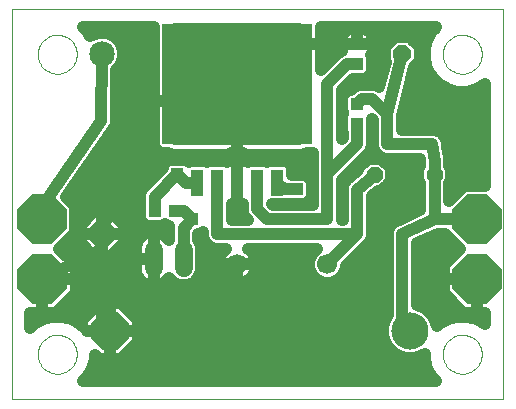
<source format=gtl>
G75*
G70*
%OFA0B0*%
%FSLAX24Y24*%
%IPPOS*%
%LPD*%
%AMOC8*
5,1,8,0,0,1.08239X$1,22.5*
%
%ADD10C,0.0000*%
%ADD11R,0.5000X0.4000*%
%ADD12R,0.4252X0.4098*%
%ADD13R,0.0420X0.0850*%
%ADD14R,0.0433X0.0394*%
%ADD15C,0.0669*%
%ADD16C,0.0850*%
%ADD17OC8,0.0850*%
%ADD18OC8,0.0520*%
%ADD19C,0.1240*%
%ADD20OC8,0.1240*%
%ADD21C,0.0600*%
%ADD22R,0.0394X0.0433*%
%ADD23OC8,0.1640*%
%ADD24OC8,0.0600*%
%ADD25C,0.0400*%
%ADD26R,0.0396X0.0396*%
D10*
X000302Y000675D02*
X000302Y013671D01*
X016672Y013671D01*
X016672Y000675D01*
X000302Y000675D01*
X001152Y002175D02*
X001154Y002225D01*
X001160Y002275D01*
X001170Y002325D01*
X001183Y002373D01*
X001200Y002421D01*
X001221Y002467D01*
X001245Y002511D01*
X001273Y002553D01*
X001304Y002593D01*
X001338Y002630D01*
X001375Y002665D01*
X001414Y002696D01*
X001455Y002725D01*
X001499Y002750D01*
X001545Y002772D01*
X001592Y002790D01*
X001640Y002804D01*
X001689Y002815D01*
X001739Y002822D01*
X001789Y002825D01*
X001840Y002824D01*
X001890Y002819D01*
X001940Y002810D01*
X001988Y002798D01*
X002036Y002781D01*
X002082Y002761D01*
X002127Y002738D01*
X002170Y002711D01*
X002210Y002681D01*
X002248Y002648D01*
X002283Y002612D01*
X002316Y002573D01*
X002345Y002532D01*
X002371Y002489D01*
X002394Y002444D01*
X002413Y002397D01*
X002428Y002349D01*
X002440Y002300D01*
X002448Y002250D01*
X002452Y002200D01*
X002452Y002150D01*
X002448Y002100D01*
X002440Y002050D01*
X002428Y002001D01*
X002413Y001953D01*
X002394Y001906D01*
X002371Y001861D01*
X002345Y001818D01*
X002316Y001777D01*
X002283Y001738D01*
X002248Y001702D01*
X002210Y001669D01*
X002170Y001639D01*
X002127Y001612D01*
X002082Y001589D01*
X002036Y001569D01*
X001988Y001552D01*
X001940Y001540D01*
X001890Y001531D01*
X001840Y001526D01*
X001789Y001525D01*
X001739Y001528D01*
X001689Y001535D01*
X001640Y001546D01*
X001592Y001560D01*
X001545Y001578D01*
X001499Y001600D01*
X001455Y001625D01*
X001414Y001654D01*
X001375Y001685D01*
X001338Y001720D01*
X001304Y001757D01*
X001273Y001797D01*
X001245Y001839D01*
X001221Y001883D01*
X001200Y001929D01*
X001183Y001977D01*
X001170Y002025D01*
X001160Y002075D01*
X001154Y002125D01*
X001152Y002175D01*
X001152Y012175D02*
X001154Y012225D01*
X001160Y012275D01*
X001170Y012325D01*
X001183Y012373D01*
X001200Y012421D01*
X001221Y012467D01*
X001245Y012511D01*
X001273Y012553D01*
X001304Y012593D01*
X001338Y012630D01*
X001375Y012665D01*
X001414Y012696D01*
X001455Y012725D01*
X001499Y012750D01*
X001545Y012772D01*
X001592Y012790D01*
X001640Y012804D01*
X001689Y012815D01*
X001739Y012822D01*
X001789Y012825D01*
X001840Y012824D01*
X001890Y012819D01*
X001940Y012810D01*
X001988Y012798D01*
X002036Y012781D01*
X002082Y012761D01*
X002127Y012738D01*
X002170Y012711D01*
X002210Y012681D01*
X002248Y012648D01*
X002283Y012612D01*
X002316Y012573D01*
X002345Y012532D01*
X002371Y012489D01*
X002394Y012444D01*
X002413Y012397D01*
X002428Y012349D01*
X002440Y012300D01*
X002448Y012250D01*
X002452Y012200D01*
X002452Y012150D01*
X002448Y012100D01*
X002440Y012050D01*
X002428Y012001D01*
X002413Y011953D01*
X002394Y011906D01*
X002371Y011861D01*
X002345Y011818D01*
X002316Y011777D01*
X002283Y011738D01*
X002248Y011702D01*
X002210Y011669D01*
X002170Y011639D01*
X002127Y011612D01*
X002082Y011589D01*
X002036Y011569D01*
X001988Y011552D01*
X001940Y011540D01*
X001890Y011531D01*
X001840Y011526D01*
X001789Y011525D01*
X001739Y011528D01*
X001689Y011535D01*
X001640Y011546D01*
X001592Y011560D01*
X001545Y011578D01*
X001499Y011600D01*
X001455Y011625D01*
X001414Y011654D01*
X001375Y011685D01*
X001338Y011720D01*
X001304Y011757D01*
X001273Y011797D01*
X001245Y011839D01*
X001221Y011883D01*
X001200Y011929D01*
X001183Y011977D01*
X001170Y012025D01*
X001160Y012075D01*
X001154Y012125D01*
X001152Y012175D01*
X014652Y012175D02*
X014654Y012225D01*
X014660Y012275D01*
X014670Y012325D01*
X014683Y012373D01*
X014700Y012421D01*
X014721Y012467D01*
X014745Y012511D01*
X014773Y012553D01*
X014804Y012593D01*
X014838Y012630D01*
X014875Y012665D01*
X014914Y012696D01*
X014955Y012725D01*
X014999Y012750D01*
X015045Y012772D01*
X015092Y012790D01*
X015140Y012804D01*
X015189Y012815D01*
X015239Y012822D01*
X015289Y012825D01*
X015340Y012824D01*
X015390Y012819D01*
X015440Y012810D01*
X015488Y012798D01*
X015536Y012781D01*
X015582Y012761D01*
X015627Y012738D01*
X015670Y012711D01*
X015710Y012681D01*
X015748Y012648D01*
X015783Y012612D01*
X015816Y012573D01*
X015845Y012532D01*
X015871Y012489D01*
X015894Y012444D01*
X015913Y012397D01*
X015928Y012349D01*
X015940Y012300D01*
X015948Y012250D01*
X015952Y012200D01*
X015952Y012150D01*
X015948Y012100D01*
X015940Y012050D01*
X015928Y012001D01*
X015913Y011953D01*
X015894Y011906D01*
X015871Y011861D01*
X015845Y011818D01*
X015816Y011777D01*
X015783Y011738D01*
X015748Y011702D01*
X015710Y011669D01*
X015670Y011639D01*
X015627Y011612D01*
X015582Y011589D01*
X015536Y011569D01*
X015488Y011552D01*
X015440Y011540D01*
X015390Y011531D01*
X015340Y011526D01*
X015289Y011525D01*
X015239Y011528D01*
X015189Y011535D01*
X015140Y011546D01*
X015092Y011560D01*
X015045Y011578D01*
X014999Y011600D01*
X014955Y011625D01*
X014914Y011654D01*
X014875Y011685D01*
X014838Y011720D01*
X014804Y011757D01*
X014773Y011797D01*
X014745Y011839D01*
X014721Y011883D01*
X014700Y011929D01*
X014683Y011977D01*
X014670Y012025D01*
X014660Y012075D01*
X014654Y012125D01*
X014652Y012175D01*
X014652Y002175D02*
X014654Y002225D01*
X014660Y002275D01*
X014670Y002325D01*
X014683Y002373D01*
X014700Y002421D01*
X014721Y002467D01*
X014745Y002511D01*
X014773Y002553D01*
X014804Y002593D01*
X014838Y002630D01*
X014875Y002665D01*
X014914Y002696D01*
X014955Y002725D01*
X014999Y002750D01*
X015045Y002772D01*
X015092Y002790D01*
X015140Y002804D01*
X015189Y002815D01*
X015239Y002822D01*
X015289Y002825D01*
X015340Y002824D01*
X015390Y002819D01*
X015440Y002810D01*
X015488Y002798D01*
X015536Y002781D01*
X015582Y002761D01*
X015627Y002738D01*
X015670Y002711D01*
X015710Y002681D01*
X015748Y002648D01*
X015783Y002612D01*
X015816Y002573D01*
X015845Y002532D01*
X015871Y002489D01*
X015894Y002444D01*
X015913Y002397D01*
X015928Y002349D01*
X015940Y002300D01*
X015948Y002250D01*
X015952Y002200D01*
X015952Y002150D01*
X015948Y002100D01*
X015940Y002050D01*
X015928Y002001D01*
X015913Y001953D01*
X015894Y001906D01*
X015871Y001861D01*
X015845Y001818D01*
X015816Y001777D01*
X015783Y001738D01*
X015748Y001702D01*
X015710Y001669D01*
X015670Y001639D01*
X015627Y001612D01*
X015582Y001589D01*
X015536Y001569D01*
X015488Y001552D01*
X015440Y001540D01*
X015390Y001531D01*
X015340Y001526D01*
X015289Y001525D01*
X015239Y001528D01*
X015189Y001535D01*
X015140Y001546D01*
X015092Y001560D01*
X015045Y001578D01*
X014999Y001600D01*
X014955Y001625D01*
X014914Y001654D01*
X014875Y001685D01*
X014838Y001720D01*
X014804Y001757D01*
X014773Y001797D01*
X014745Y001839D01*
X014721Y001883D01*
X014700Y001929D01*
X014683Y001977D01*
X014670Y002025D01*
X014660Y002075D01*
X014654Y002125D01*
X014652Y002175D01*
D11*
X007802Y011175D03*
D12*
X007802Y011175D03*
D13*
X007802Y007895D03*
X007132Y007895D03*
X006462Y007895D03*
X008472Y007895D03*
X009142Y007895D03*
D14*
X011802Y009841D03*
X011802Y010510D03*
X011802Y011841D03*
X011802Y012510D03*
D15*
X010802Y005175D03*
X007802Y005175D03*
D16*
X003302Y012175D03*
D17*
X003302Y006175D03*
D18*
X012377Y008156D03*
X014377Y008156D03*
D19*
X013559Y002951D03*
D20*
X003559Y002951D03*
D21*
X005015Y005056D02*
X005015Y005656D01*
X006015Y005656D02*
X006015Y005056D01*
D22*
X005712Y006963D03*
X005043Y006963D03*
D23*
X001302Y006675D03*
X001302Y004675D03*
X015802Y004675D03*
X015802Y006675D03*
D24*
X013302Y012175D03*
D25*
X012802Y010175D01*
X012802Y009175D01*
X014302Y009175D01*
X014377Y008600D01*
X014377Y008156D01*
X014377Y006675D01*
X015802Y006675D01*
X015022Y007451D02*
X014857Y007451D01*
X014857Y007286D02*
X014857Y007872D01*
X014917Y007932D01*
X014917Y008379D01*
X014857Y008439D01*
X014857Y008537D01*
X014865Y008568D01*
X014857Y008632D01*
X014857Y008696D01*
X014845Y008725D01*
X014782Y009206D01*
X014782Y009271D01*
X014770Y009300D01*
X014766Y009332D01*
X014734Y009388D01*
X014709Y009447D01*
X014687Y009470D01*
X014671Y009497D01*
X014620Y009537D01*
X014574Y009582D01*
X014545Y009594D01*
X014519Y009614D01*
X014457Y009631D01*
X014398Y009655D01*
X014366Y009655D01*
X014335Y009664D01*
X014271Y009655D01*
X013282Y009655D01*
X013282Y010116D01*
X013689Y011741D01*
X013882Y011935D01*
X013882Y012415D01*
X013543Y012755D01*
X013062Y012755D01*
X012722Y012415D01*
X012722Y011935D01*
X012743Y011915D01*
X012538Y011097D01*
X012398Y011155D01*
X012063Y011155D01*
X011872Y011155D01*
X011696Y011082D01*
X011600Y010987D01*
X011530Y010987D01*
X011427Y010944D01*
X011348Y010865D01*
X011306Y010762D01*
X011306Y010257D01*
X011340Y010175D01*
X011306Y010093D01*
X011306Y009588D01*
X011322Y009548D01*
X011322Y009374D01*
X011282Y009334D01*
X011282Y010976D01*
X011667Y011361D01*
X011898Y011361D01*
X011905Y011364D01*
X012075Y011364D01*
X012177Y011406D01*
X012256Y011485D01*
X012299Y011588D01*
X012299Y012093D01*
X012274Y012154D01*
X012285Y012171D01*
X012307Y012226D01*
X012319Y012284D01*
X012319Y012510D01*
X012319Y012736D01*
X012307Y012794D01*
X012285Y012849D01*
X012252Y012898D01*
X012210Y012940D01*
X012161Y012973D01*
X012106Y012995D01*
X012048Y013007D01*
X011803Y013007D01*
X011803Y012510D01*
X012319Y012510D01*
X011803Y012510D01*
X011803Y012510D01*
X011802Y012510D01*
X011802Y012510D01*
X011286Y012510D01*
X011286Y012736D01*
X011297Y012794D01*
X011320Y012849D01*
X011353Y012898D01*
X011395Y012940D01*
X011444Y012973D01*
X011498Y012995D01*
X011556Y013007D01*
X011802Y013007D01*
X011802Y012510D01*
X011286Y012510D01*
X011286Y012285D01*
X011196Y012248D01*
X010582Y011634D01*
X010582Y013071D01*
X014431Y013071D01*
X014302Y012943D01*
X014138Y012658D01*
X014052Y012340D01*
X014052Y012011D01*
X014138Y011693D01*
X014302Y011408D01*
X014535Y011175D01*
X014820Y011010D01*
X015138Y010925D01*
X015467Y010925D01*
X015785Y011010D01*
X016070Y011175D01*
X016072Y011178D01*
X016072Y007775D01*
X015347Y007775D01*
X014857Y007286D01*
X014857Y007849D02*
X016072Y007849D01*
X016072Y008248D02*
X014917Y008248D01*
X014857Y008646D02*
X016072Y008646D01*
X016072Y009045D02*
X014803Y009045D01*
X014711Y009443D02*
X016072Y009443D01*
X016072Y009842D02*
X013282Y009842D01*
X013313Y010240D02*
X016072Y010240D01*
X016072Y010639D02*
X013413Y010639D01*
X013513Y011037D02*
X014773Y011037D01*
X014286Y011436D02*
X013612Y011436D01*
X013782Y011834D02*
X014100Y011834D01*
X014052Y012233D02*
X013882Y012233D01*
X013666Y012632D02*
X014131Y012632D01*
X014389Y013030D02*
X010582Y013030D01*
X010582Y012632D02*
X011286Y012632D01*
X011181Y012233D02*
X010582Y012233D01*
X010582Y011834D02*
X010783Y011834D01*
X010802Y011175D02*
X011468Y011841D01*
X011802Y011841D01*
X012299Y011834D02*
X012722Y011834D01*
X012722Y012233D02*
X012309Y012233D01*
X012319Y012632D02*
X012938Y012632D01*
X011803Y012632D02*
X011802Y012632D01*
X011802Y012510D02*
X009137Y012510D01*
X007802Y011175D01*
X007802Y010675D01*
X004602Y010575D01*
X003302Y006175D01*
X002577Y006175D01*
X002577Y005875D01*
X003002Y005450D01*
X003302Y005450D01*
X003302Y006175D01*
X003302Y006175D01*
X003303Y006175D01*
X003303Y006175D01*
X004027Y006175D01*
X004027Y005875D01*
X003603Y005450D01*
X003303Y005450D01*
X003303Y006175D01*
X004027Y006175D01*
X004027Y006476D01*
X003603Y006900D01*
X003303Y006900D01*
X003303Y006176D01*
X003302Y006176D01*
X003302Y006900D01*
X003002Y006900D01*
X002577Y006476D01*
X002577Y006175D01*
X003302Y006175D01*
X003302Y005675D01*
X001302Y004675D01*
X001303Y004675D01*
X001303Y004675D01*
X002422Y004675D01*
X002422Y004211D01*
X001766Y003555D01*
X001303Y003555D01*
X001303Y004675D01*
X002422Y004675D01*
X002422Y005139D01*
X001872Y005689D01*
X002402Y006220D01*
X002402Y007131D01*
X002105Y007429D01*
X003639Y009632D01*
X003674Y009667D01*
X003693Y009710D01*
X003720Y009748D01*
X003730Y009797D01*
X003750Y009842D01*
X003750Y009889D01*
X003761Y009935D01*
X003752Y009984D01*
X003775Y011651D01*
X003900Y011776D01*
X004007Y012035D01*
X004007Y012316D01*
X003900Y012575D01*
X003702Y012773D01*
X003443Y012880D01*
X003162Y012880D01*
X002903Y012773D01*
X002901Y012771D01*
X002803Y012943D01*
X002674Y013071D01*
X005022Y013071D01*
X005022Y009120D01*
X005065Y009017D01*
X005144Y008938D01*
X005247Y008895D01*
X005483Y008895D01*
X005485Y008893D01*
X005534Y008860D01*
X005589Y008838D01*
X005647Y008826D01*
X007602Y008826D01*
X007602Y008895D01*
X008002Y008895D01*
X008002Y008826D01*
X009958Y008826D01*
X010016Y008838D01*
X010070Y008860D01*
X010120Y008893D01*
X010122Y008895D01*
X010322Y008895D01*
X010322Y008271D01*
X010322Y008080D01*
X010322Y007155D01*
X009001Y007155D01*
X008966Y007190D01*
X009408Y007190D01*
X009420Y007195D01*
X009458Y007195D01*
X009898Y007195D01*
X009902Y007197D01*
X010056Y007197D01*
X010159Y007240D01*
X010238Y007319D01*
X010280Y007421D01*
X010280Y007575D01*
X010282Y007580D01*
X010282Y007771D01*
X010280Y007775D01*
X010280Y007929D01*
X010238Y008032D01*
X010159Y008111D01*
X010056Y008153D01*
X009902Y008153D01*
X009898Y008155D01*
X009632Y008155D01*
X009632Y008376D01*
X009590Y008479D01*
X009511Y008558D01*
X009408Y008600D01*
X008877Y008600D01*
X008807Y008571D01*
X008738Y008600D01*
X008207Y008600D01*
X008161Y008581D01*
X008154Y008586D01*
X008100Y008609D01*
X008042Y008620D01*
X007803Y008620D01*
X007803Y007896D01*
X007802Y007896D01*
X007802Y008620D01*
X007563Y008620D01*
X007505Y008609D01*
X007450Y008586D01*
X007443Y008581D01*
X007398Y008600D01*
X006867Y008600D01*
X006797Y008571D01*
X006728Y008600D01*
X006197Y008600D01*
X006177Y008592D01*
X006159Y008611D01*
X006056Y008653D01*
X005902Y008653D01*
X005898Y008655D01*
X005707Y008655D01*
X005702Y008653D01*
X005549Y008653D01*
X005446Y008611D01*
X005367Y008532D01*
X005324Y008429D01*
X005324Y008376D01*
X004636Y007687D01*
X004563Y007511D01*
X004563Y007320D01*
X004563Y006867D01*
X004566Y006860D01*
X004566Y006690D01*
X004608Y006588D01*
X004687Y006509D01*
X004790Y006466D01*
X005295Y006466D01*
X005377Y006500D01*
X005459Y006466D01*
X005535Y006466D01*
X005535Y006292D01*
X005535Y005997D01*
X005523Y005985D01*
X005521Y005980D01*
X005473Y006047D01*
X005406Y006114D01*
X005329Y006170D01*
X005245Y006212D01*
X005155Y006242D01*
X005062Y006256D01*
X005015Y006256D01*
X005015Y005357D01*
X005015Y005357D01*
X005015Y006256D01*
X004968Y006256D01*
X004874Y006242D01*
X004785Y006212D01*
X004700Y006170D01*
X004624Y006114D01*
X004557Y006047D01*
X004502Y005971D01*
X004459Y005887D01*
X004430Y005797D01*
X004415Y005704D01*
X004415Y005357D01*
X005015Y005357D01*
X005015Y005356D01*
X005015Y004456D01*
X005062Y004456D01*
X005155Y004471D01*
X005245Y004500D01*
X005329Y004543D01*
X005406Y004599D01*
X005473Y004665D01*
X005521Y004733D01*
X005523Y004728D01*
X005686Y004565D01*
X005900Y004476D01*
X006130Y004476D01*
X006343Y004565D01*
X006507Y004728D01*
X006595Y004941D01*
X006595Y005772D01*
X006507Y005985D01*
X006495Y005997D01*
X006495Y006189D01*
X006503Y006197D01*
X006556Y006197D01*
X006652Y006237D01*
X006652Y006080D01*
X006725Y005903D01*
X006860Y005768D01*
X007037Y005695D01*
X007228Y005695D01*
X007438Y005695D01*
X007389Y005659D01*
X007318Y005589D01*
X007260Y005508D01*
X007214Y005419D01*
X007183Y005324D01*
X007168Y005225D01*
X007168Y005175D01*
X007168Y005125D01*
X007183Y005027D01*
X007214Y004932D01*
X007260Y004843D01*
X007318Y004762D01*
X007389Y004691D01*
X007470Y004632D01*
X007559Y004587D01*
X007654Y004556D01*
X007752Y004541D01*
X007802Y004541D01*
X007802Y005175D01*
X007168Y005175D01*
X007802Y005175D01*
X007802Y005175D01*
X007803Y005175D01*
X007803Y005175D01*
X008437Y005175D01*
X008437Y005125D01*
X008421Y005027D01*
X008390Y004932D01*
X008345Y004843D01*
X008286Y004762D01*
X008216Y004691D01*
X008135Y004632D01*
X008046Y004587D01*
X007951Y004556D01*
X007852Y004541D01*
X007803Y004541D01*
X007803Y005175D01*
X008437Y005175D01*
X008437Y005225D01*
X008421Y005324D01*
X008390Y005419D01*
X008345Y005508D01*
X008286Y005589D01*
X008216Y005659D01*
X008166Y005695D01*
X010453Y005695D01*
X010281Y005523D01*
X010188Y005298D01*
X010188Y005053D01*
X010281Y004827D01*
X010454Y004654D01*
X010680Y004561D01*
X010925Y004561D01*
X011151Y004654D01*
X011323Y004827D01*
X011417Y005053D01*
X011417Y005111D01*
X012209Y005903D01*
X012282Y006080D01*
X012282Y006271D01*
X012282Y007437D01*
X012488Y007616D01*
X012601Y007616D01*
X012917Y007932D01*
X012917Y008379D01*
X012601Y008696D01*
X012154Y008696D01*
X011837Y008379D01*
X011837Y008322D01*
X011546Y008069D01*
X011530Y008062D01*
X011475Y008007D01*
X011415Y007955D01*
X011408Y007940D01*
X011395Y007927D01*
X011365Y007855D01*
X011330Y007784D01*
X011329Y007767D01*
X011322Y007751D01*
X011322Y007672D01*
X011317Y007594D01*
X011322Y007577D01*
X011322Y006655D01*
X011282Y006655D01*
X011282Y007976D01*
X012209Y008903D01*
X012282Y009080D01*
X012282Y009271D01*
X012282Y009548D01*
X012299Y009588D01*
X012299Y010000D01*
X012322Y009976D01*
X012322Y009080D01*
X012395Y008903D01*
X012530Y008768D01*
X012707Y008695D01*
X012898Y008695D01*
X013881Y008695D01*
X013897Y008569D01*
X013897Y008439D01*
X013837Y008379D01*
X013837Y007932D01*
X013897Y007872D01*
X013897Y006981D01*
X013109Y006615D01*
X013030Y006582D01*
X013023Y006575D01*
X013013Y006570D01*
X012956Y006507D01*
X012895Y006447D01*
X012891Y006437D01*
X012884Y006430D01*
X012855Y006349D01*
X012822Y006271D01*
X012822Y006260D01*
X012819Y006250D01*
X012822Y006165D01*
X012822Y003487D01*
X012796Y003461D01*
X012659Y003130D01*
X012659Y002772D01*
X012796Y002441D01*
X013049Y002188D01*
X013380Y002051D01*
X013738Y002051D01*
X014052Y002181D01*
X014052Y002011D01*
X014138Y001693D01*
X014302Y001408D01*
X014435Y001275D01*
X002670Y001275D01*
X002803Y001408D01*
X002967Y001693D01*
X003052Y002011D01*
X003052Y002157D01*
X003178Y002031D01*
X003559Y002031D01*
X003940Y002031D01*
X004479Y002570D01*
X004479Y002951D01*
X004479Y003332D01*
X003940Y003871D01*
X003559Y003871D01*
X003178Y003871D01*
X002639Y003332D01*
X002639Y003106D01*
X002570Y003176D01*
X002285Y003340D01*
X001967Y003425D01*
X001638Y003425D01*
X001320Y003340D01*
X001035Y003176D01*
X000902Y003043D01*
X000902Y003555D01*
X001302Y003555D01*
X001302Y004675D01*
X001302Y004661D02*
X001303Y004661D01*
X001302Y004262D02*
X001303Y004262D01*
X001302Y003864D02*
X001303Y003864D01*
X000902Y003465D02*
X002772Y003465D01*
X002794Y002951D02*
X003559Y002951D01*
X003302Y002951D01*
X003302Y005175D01*
X003483Y005356D01*
X005015Y005356D01*
X005015Y005356D01*
X005015Y004456D01*
X004968Y004456D01*
X004874Y004471D01*
X004785Y004500D01*
X004700Y004543D01*
X004624Y004599D01*
X004557Y004665D01*
X004502Y004742D01*
X004459Y004826D01*
X004430Y004916D01*
X004415Y005009D01*
X004415Y005356D01*
X005015Y005356D01*
X005015Y004463D01*
X005302Y004175D01*
X008202Y004225D01*
X012152Y004225D01*
X012822Y004262D02*
X002422Y004262D01*
X002422Y004661D02*
X004562Y004661D01*
X004415Y005059D02*
X002422Y005059D01*
X002104Y005458D02*
X002995Y005458D01*
X003302Y005458D02*
X003303Y005458D01*
X003302Y005675D02*
X003302Y005175D01*
X003610Y005458D02*
X004415Y005458D01*
X004449Y005856D02*
X004009Y005856D01*
X004027Y006255D02*
X004959Y006255D01*
X005015Y006255D02*
X005015Y006255D01*
X005071Y006255D02*
X005535Y006255D01*
X006015Y006388D02*
X006302Y006675D01*
X006015Y006963D01*
X005712Y006963D01*
X006015Y006388D02*
X006015Y005356D01*
X006595Y005458D02*
X007234Y005458D01*
X007178Y005059D02*
X006595Y005059D01*
X006439Y004661D02*
X007431Y004661D01*
X007802Y004661D02*
X007803Y004661D01*
X008174Y004661D02*
X010448Y004661D01*
X010188Y005059D02*
X008426Y005059D01*
X008371Y005458D02*
X010254Y005458D01*
X010802Y005175D02*
X011802Y006175D01*
X007132Y006175D01*
X007132Y007895D01*
X006462Y007895D02*
X006082Y007895D01*
X005802Y008175D01*
X005043Y007415D01*
X005043Y006963D01*
X004563Y007052D02*
X002402Y007052D01*
X002402Y006653D02*
X002755Y006653D01*
X002577Y006255D02*
X002402Y006255D01*
X002596Y005856D02*
X002039Y005856D01*
X001302Y006675D02*
X001121Y006856D01*
X003271Y009944D01*
X003302Y012175D01*
X003843Y012632D02*
X005022Y012632D01*
X005022Y013030D02*
X002715Y013030D01*
X004007Y012233D02*
X005022Y012233D01*
X005022Y011834D02*
X003924Y011834D01*
X003772Y011436D02*
X005022Y011436D01*
X005022Y011037D02*
X003766Y011037D01*
X003761Y010639D02*
X005022Y010639D01*
X005022Y010240D02*
X003755Y010240D01*
X003750Y009842D02*
X005022Y009842D01*
X005022Y009443D02*
X003507Y009443D01*
X003230Y009045D02*
X005053Y009045D01*
X005531Y008646D02*
X002952Y008646D01*
X002675Y008248D02*
X005196Y008248D01*
X004797Y007849D02*
X002397Y007849D01*
X002120Y007451D02*
X004563Y007451D01*
X004581Y006653D02*
X003849Y006653D01*
X003303Y006653D02*
X003302Y006653D01*
X003302Y006255D02*
X003303Y006255D01*
X003302Y005856D02*
X003303Y005856D01*
X005015Y005856D02*
X005015Y005856D01*
X005015Y005458D02*
X005015Y005458D01*
X005015Y005059D02*
X005015Y005059D01*
X005015Y004661D02*
X005015Y004661D01*
X005468Y004661D02*
X005590Y004661D01*
X006802Y004175D02*
X007802Y005175D01*
X007802Y005059D02*
X007803Y005059D01*
X006772Y005856D02*
X006560Y005856D01*
X007612Y006655D02*
X007612Y007170D01*
X007802Y007170D01*
X007802Y007895D01*
X007803Y007895D01*
X007803Y007170D01*
X007992Y007170D01*
X007992Y007101D01*
X007992Y006910D01*
X008065Y006733D01*
X008144Y006655D01*
X007612Y006655D01*
X007612Y007052D02*
X007992Y007052D01*
X007802Y007451D02*
X007803Y007451D01*
X007802Y007849D02*
X007803Y007849D01*
X007802Y007895D02*
X007802Y011175D01*
X010802Y011175D02*
X010802Y008175D01*
X011802Y009175D01*
X011802Y009841D01*
X011306Y009842D02*
X011282Y009842D01*
X011282Y010240D02*
X011313Y010240D01*
X011802Y010510D02*
X011968Y010675D01*
X012302Y010675D01*
X012802Y010175D01*
X012322Y009842D02*
X012299Y009842D01*
X012282Y009443D02*
X012322Y009443D01*
X012337Y009045D02*
X012268Y009045D01*
X012104Y008646D02*
X011952Y008646D01*
X011752Y008248D02*
X011554Y008248D01*
X011363Y007849D02*
X011282Y007849D01*
X010802Y008175D02*
X010802Y006675D01*
X008802Y006675D01*
X008472Y007005D01*
X008472Y007895D01*
X009142Y007895D02*
X009362Y007675D01*
X009802Y007675D01*
X010280Y007849D02*
X010322Y007849D01*
X010322Y007451D02*
X010280Y007451D01*
X011282Y007451D02*
X011322Y007451D01*
X011802Y007656D02*
X011802Y006175D01*
X012162Y005856D02*
X012822Y005856D01*
X012822Y005458D02*
X011764Y005458D01*
X011417Y005059D02*
X012822Y005059D01*
X012822Y004661D02*
X011157Y004661D01*
X012822Y003864D02*
X003947Y003864D01*
X003559Y003864D02*
X003559Y003864D01*
X003559Y003871D02*
X003559Y002951D01*
X003559Y002951D01*
X003559Y003871D01*
X003171Y003864D02*
X002075Y003864D01*
X002795Y002951D02*
X002794Y002951D01*
X002795Y002951D02*
X003559Y002951D01*
X003559Y002951D01*
X004479Y002951D01*
X003559Y002951D01*
X003559Y002951D01*
X003559Y002950D02*
X003559Y002031D01*
X003559Y002950D01*
X003559Y002950D01*
X003559Y003067D02*
X003559Y003067D01*
X003559Y002668D02*
X003559Y002668D01*
X003559Y002269D02*
X003559Y002269D01*
X003015Y001871D02*
X014090Y001871D01*
X014265Y001472D02*
X002840Y001472D01*
X004179Y002269D02*
X012968Y002269D01*
X012702Y002668D02*
X004479Y002668D01*
X004479Y003067D02*
X012659Y003067D01*
X012800Y003465D02*
X004346Y003465D01*
X003559Y003465D02*
X003559Y003465D01*
X000926Y003067D02*
X000902Y003067D01*
X006074Y008646D02*
X010322Y008646D01*
X010322Y008248D02*
X009632Y008248D01*
X011282Y009443D02*
X011322Y009443D01*
X012650Y008646D02*
X013887Y008646D01*
X013837Y008248D02*
X012917Y008248D01*
X012834Y007849D02*
X013897Y007849D01*
X013897Y007451D02*
X012298Y007451D01*
X012282Y007052D02*
X013897Y007052D01*
X014377Y006675D02*
X013302Y006175D01*
X013302Y002951D01*
X013559Y002951D01*
X014318Y003465D02*
X016072Y003465D01*
X016072Y003555D02*
X015803Y003555D01*
X015803Y004675D01*
X015802Y004675D01*
X014682Y004675D01*
X014682Y004211D01*
X015338Y003555D01*
X015802Y003555D01*
X015802Y004675D01*
X015802Y004675D01*
X014682Y004675D01*
X014682Y005139D01*
X015233Y005689D01*
X014727Y006195D01*
X014483Y006195D01*
X013782Y005869D01*
X013782Y003832D01*
X014069Y003714D01*
X014322Y003461D01*
X014459Y003130D01*
X014459Y003100D01*
X014535Y003176D01*
X014820Y003340D01*
X015138Y003425D01*
X015467Y003425D01*
X015785Y003340D01*
X016070Y003176D01*
X016072Y003173D01*
X016072Y003555D01*
X015803Y003864D02*
X015802Y003864D01*
X015802Y004262D02*
X015803Y004262D01*
X015802Y004661D02*
X015803Y004661D01*
X015030Y003864D02*
X013782Y003864D01*
X013782Y004262D02*
X014682Y004262D01*
X014682Y004661D02*
X013782Y004661D01*
X013782Y005059D02*
X014682Y005059D01*
X015001Y005458D02*
X013782Y005458D01*
X013782Y005856D02*
X015066Y005856D01*
X013192Y006653D02*
X012282Y006653D01*
X012282Y006255D02*
X012820Y006255D01*
X011322Y007052D02*
X011282Y007052D01*
X011802Y007656D02*
X012377Y008156D01*
X011306Y010639D02*
X011282Y010639D01*
X011343Y011037D02*
X011651Y011037D01*
X012207Y011436D02*
X012623Y011436D01*
X015831Y011037D02*
X016072Y011037D01*
X007803Y008248D02*
X007802Y008248D01*
D26*
X005802Y008175D03*
X006302Y006675D03*
X009802Y007675D03*
X012152Y004225D03*
M02*

</source>
